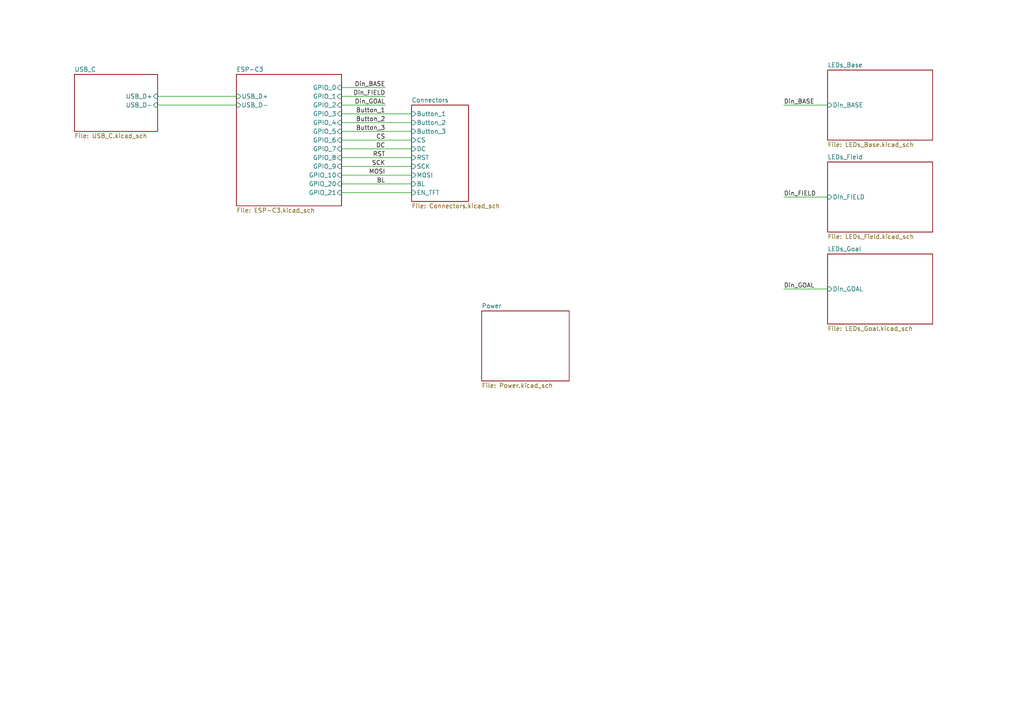
<source format=kicad_sch>
(kicad_sch (version 20211123) (generator eeschema)
  (paper "A4")
  (lib_symbols)
  (wire (pts (xy 45.72 30.48) (xy 68.58 30.48)))
  (wire (pts (xy 99.06 55.88) (xy 119.38 55.88)))
  (wire (pts (xy 99.06 35.56) (xy 119.38 35.56)))
  (wire (pts (xy 99.06 43.18) (xy 119.38 43.18)))
  (wire (pts (xy 99.06 33.02) (xy 119.38 33.02)))
  (wire (pts (xy 99.06 45.72) (xy 119.38 45.72)))
  (wire (pts (xy 99.06 48.26) (xy 119.38 48.26)))
  (wire (pts (xy 99.06 50.8) (xy 119.38 50.8)))
  (wire (pts (xy 99.06 53.34) (xy 119.38 53.34)))
  (wire (pts (xy 45.72 27.94) (xy 68.58 27.94)))
  (wire (pts (xy 99.06 38.1) (xy 119.38 38.1)))
  (wire (pts (xy 99.06 30.48) (xy 111.76 30.48)))
  (wire (pts (xy 99.06 27.94) (xy 111.76 27.94)))
  (wire (pts (xy 99.06 25.4) (xy 111.76 25.4)))
  (wire (pts (xy 227.33 30.48) (xy 240.03 30.48)))
  (wire (pts (xy 99.06 40.64) (xy 119.38 40.64)))
  (wire (pts (xy 227.33 83.82) (xy 240.03 83.82)))
  (wire (pts (xy 227.33 57.15) (xy 240.03 57.15)))
  (label "Din_GOAL" (at 111.76 30.48 180))
  (label "Din_BASE" (at 111.76 25.4 180))
  (label "Button_1" (at 111.76 33.02 180))
  (label "Button_3" (at 111.76 38.1 180))
  (label "Din_BASE" (at 227.33 30.48 0))
  (label "MOSI" (at 111.76 50.8 180))
  (label "DC" (at 111.76 43.18 180))
  (label "RST" (at 111.76 45.72 180))
  (label "CS" (at 111.76 40.64 180))
  (label "Din_FIELD" (at 227.33 57.15 0))
  (label "SCK" (at 111.76 48.26 180))
  (label "Button_2" (at 111.76 35.56 180))
  (label "Din_GOAL" (at 227.33 83.82 0))
  (label "BL" (at 111.76 53.34 180))
  (label "Din_FIELD" (at 111.76 27.94 180))
  (sheet (at 139.7 90.17) (size 25.4 20.32) (stroke (width 0.1524))
    (property "Sheet name" "Power" (at 139.7 89.4584 0) (effects (justify left bottom)))
    (property "Sheet file" "Power.kicad_sch" (at 139.7 111.0746 0) (effects (justify left top)))
  )
  (sheet (at 68.58 21.59) (size 30.48 38.1) (stroke (width 0.1524))
    (property "Sheet name" "ESP-C3" (at 68.58 20.8784 0) (effects (justify left bottom)))
    (property "Sheet file" "ESP-C3.kicad_sch" (at 68.58 60.2746 0) (effects (justify left top)))
    (pin "GPIO_1" input (at 99.06 27.94 0))
    (pin "GPIO_0" input (at 99.06 25.4 0))
    (pin "GPIO_4" input (at 99.06 35.56 0))
    (pin "GPIO_5" input (at 99.06 38.1 0))
    (pin "GPIO_3" input (at 99.06 33.02 0))
    (pin "GPIO_2" input (at 99.06 30.48 0))
    (pin "GPIO_9" input (at 99.06 48.26 0))
    (pin "GPIO_6" input (at 99.06 40.64 0))
    (pin "GPIO_10" input (at 99.06 50.8 0))
    (pin "GPIO_7" input (at 99.06 43.18 0))
    (pin "GPIO_8" input (at 99.06 45.72 0))
    (pin "GPIO_21" input (at 99.06 55.88 0))
    (pin "GPIO_20" input (at 99.06 53.34 0))
    (pin "USB_D+" input (at 68.58 27.94 180))
    (pin "USB_D-" input (at 68.58 30.48 180))
  )
  (sheet (at 240.03 46.99) (size 30.48 20.32) (stroke (width 0.1524))
    (property "Sheet name" "LEDs_Field" (at 240.03 46.2784 0) (effects (justify left bottom)))
    (property "Sheet file" "LEDs_Field.kicad_sch" (at 240.03 67.8946 0) (effects (justify left top)))
    (pin "Din_FIELD" input (at 240.03 57.15 180))
  )
  (sheet (at 119.38 30.48) (size 16.51 27.94) (stroke (width 0.1524))
    (property "Sheet name" "Connectors" (at 119.38 29.7684 0) (effects (justify left bottom)))
    (property "Sheet file" "Connectors.kicad_sch" (at 119.38 59.0046 0) (effects (justify left top)))
    (pin "CS" input (at 119.38 40.64 180))
    (pin "BL" input (at 119.38 53.34 180))
    (pin "SCK" input (at 119.38 48.26 180))
    (pin "MOSI" input (at 119.38 50.8 180))
    (pin "RST" input (at 119.38 45.72 180))
    (pin "DC" input (at 119.38 43.18 180))
    (pin "EN_TFT" input (at 119.38 55.88 180))
    (pin "Button_1" input (at 119.38 33.02 180))
    (pin "Button_3" input (at 119.38 38.1 180))
    (pin "Button_2" input (at 119.38 35.56 180))
  )
  (sheet (at 240.03 73.66) (size 30.48 20.32) (stroke (width 0.1524))
    (property "Sheet name" "LEDs_Goal" (at 240.03 72.9484 0) (effects (justify left bottom)))
    (property "Sheet file" "LEDs_Goal.kicad_sch" (at 240.03 94.5646 0) (effects (justify left top)))
    (pin "Din_GOAL" input (at 240.03 83.82 180))
  )
  (sheet (at 240.03 20.32) (size 30.48 20.32) (stroke (width 0.1524))
    (property "Sheet name" "LEDs_Base" (at 240.03 19.6084 0) (effects (justify left bottom)))
    (property "Sheet file" "LEDs_Base.kicad_sch" (at 240.03 41.2246 0) (effects (justify left top)))
    (pin "Din_BASE" input (at 240.03 30.48 180))
  )
  (sheet (at 21.59 21.59) (size 24.13 16.51) (stroke (width 0.1524))
    (property "Sheet name" "USB_C" (at 21.59 20.8784 0) (effects (justify left bottom)))
    (property "Sheet file" "USB_C.kicad_sch" (at 21.59 38.6846 0) (effects (justify left top)))
    (pin "USB_D-" input (at 45.72 30.48 0))
    (pin "USB_D+" input (at 45.72 27.94 0))
  )
)
</source>
